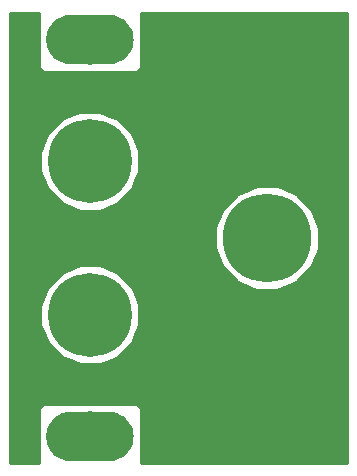
<source format=gbr>
G04 #@! TF.GenerationSoftware,KiCad,Pcbnew,(5.0.0)*
G04 #@! TF.CreationDate,2018-08-29T21:47:44+02:00*
G04 #@! TF.ProjectId,1u_mute_panel,31755F6D7574655F70616E656C2E6B69,rev?*
G04 #@! TF.SameCoordinates,Original*
G04 #@! TF.FileFunction,Copper,L2,Bot,Signal*
G04 #@! TF.FilePolarity,Positive*
%FSLAX46Y46*%
G04 Gerber Fmt 4.6, Leading zero omitted, Abs format (unit mm)*
G04 Created by KiCad (PCBNEW (5.0.0)) date 08/29/18 21:47:44*
%MOMM*%
%LPD*%
G01*
G04 APERTURE LIST*
G04 #@! TA.AperFunction,Conductor*
%ADD10C,0.100000*%
G04 #@! TD*
G04 #@! TA.AperFunction,WasherPad*
%ADD11C,4.200000*%
G04 #@! TD*
G04 #@! TA.AperFunction,WasherPad*
%ADD12C,7.100000*%
G04 #@! TD*
G04 #@! TA.AperFunction,WasherPad*
%ADD13C,7.500000*%
G04 #@! TD*
G04 #@! TA.AperFunction,NonConductor*
%ADD14C,0.254000*%
G04 #@! TD*
G04 APERTURE END LIST*
D10*
G04 #@! TO.N,*
G04 #@! TO.C,MH1*
G36*
X9305836Y-34510111D02*
X9509690Y-34540350D01*
X9709598Y-34590424D01*
X9903635Y-34659852D01*
X10089933Y-34747964D01*
X10266697Y-34853913D01*
X10432226Y-34976677D01*
X10584924Y-35115075D01*
X10723322Y-35267773D01*
X10846086Y-35433302D01*
X10952035Y-35610066D01*
X11040147Y-35796364D01*
X11109575Y-35990401D01*
X11159649Y-36190309D01*
X11189888Y-36394163D01*
X11200000Y-36599999D01*
X11200000Y-36600001D01*
X11189888Y-36805837D01*
X11159649Y-37009691D01*
X11109575Y-37209599D01*
X11040147Y-37403636D01*
X10952035Y-37589934D01*
X10846086Y-37766698D01*
X10723322Y-37932227D01*
X10584924Y-38084925D01*
X10432226Y-38223323D01*
X10266697Y-38346087D01*
X10089933Y-38452036D01*
X9903635Y-38540148D01*
X9709598Y-38609576D01*
X9509690Y-38659650D01*
X9305836Y-38689889D01*
X9100000Y-38700001D01*
X5900000Y-38700001D01*
X5694164Y-38689889D01*
X5490310Y-38659650D01*
X5290402Y-38609576D01*
X5096365Y-38540148D01*
X4910067Y-38452036D01*
X4733303Y-38346087D01*
X4567774Y-38223323D01*
X4415076Y-38084925D01*
X4276678Y-37932227D01*
X4153914Y-37766698D01*
X4047965Y-37589934D01*
X3959853Y-37403636D01*
X3890425Y-37209599D01*
X3840351Y-37009691D01*
X3810112Y-36805837D01*
X3800000Y-36600001D01*
X3800000Y-36599999D01*
X3810112Y-36394163D01*
X3840351Y-36190309D01*
X3890425Y-35990401D01*
X3959853Y-35796364D01*
X4047965Y-35610066D01*
X4153914Y-35433302D01*
X4276678Y-35267773D01*
X4415076Y-35115075D01*
X4567774Y-34976677D01*
X4733303Y-34853913D01*
X4910067Y-34747964D01*
X5096365Y-34659852D01*
X5290402Y-34590424D01*
X5490310Y-34540350D01*
X5694164Y-34510111D01*
X5900000Y-34499999D01*
X9100000Y-34499999D01*
X9305836Y-34510111D01*
X9305836Y-34510111D01*
G37*
D11*
G04 #@! TD*
G04 #@! TO.P,MH1,*
G04 #@! TO.N,*
X7500000Y-36600000D03*
D10*
G04 #@! TO.N,*
G04 #@! TO.C,MH2*
G36*
X9305836Y-910111D02*
X9509690Y-940350D01*
X9709598Y-990424D01*
X9903635Y-1059852D01*
X10089933Y-1147964D01*
X10266697Y-1253913D01*
X10432226Y-1376677D01*
X10584924Y-1515075D01*
X10723322Y-1667773D01*
X10846086Y-1833302D01*
X10952035Y-2010066D01*
X11040147Y-2196364D01*
X11109575Y-2390401D01*
X11159649Y-2590309D01*
X11189888Y-2794163D01*
X11200000Y-2999999D01*
X11200000Y-3000001D01*
X11189888Y-3205837D01*
X11159649Y-3409691D01*
X11109575Y-3609599D01*
X11040147Y-3803636D01*
X10952035Y-3989934D01*
X10846086Y-4166698D01*
X10723322Y-4332227D01*
X10584924Y-4484925D01*
X10432226Y-4623323D01*
X10266697Y-4746087D01*
X10089933Y-4852036D01*
X9903635Y-4940148D01*
X9709598Y-5009576D01*
X9509690Y-5059650D01*
X9305836Y-5089889D01*
X9100000Y-5100001D01*
X5900000Y-5100001D01*
X5694164Y-5089889D01*
X5490310Y-5059650D01*
X5290402Y-5009576D01*
X5096365Y-4940148D01*
X4910067Y-4852036D01*
X4733303Y-4746087D01*
X4567774Y-4623323D01*
X4415076Y-4484925D01*
X4276678Y-4332227D01*
X4153914Y-4166698D01*
X4047965Y-3989934D01*
X3959853Y-3803636D01*
X3890425Y-3609599D01*
X3840351Y-3409691D01*
X3810112Y-3205837D01*
X3800000Y-3000001D01*
X3800000Y-2999999D01*
X3810112Y-2794163D01*
X3840351Y-2590309D01*
X3890425Y-2390401D01*
X3959853Y-2196364D01*
X4047965Y-2010066D01*
X4153914Y-1833302D01*
X4276678Y-1667773D01*
X4415076Y-1515075D01*
X4567774Y-1376677D01*
X4733303Y-1253913D01*
X4910067Y-1147964D01*
X5096365Y-1059852D01*
X5290402Y-990424D01*
X5490310Y-940350D01*
X5694164Y-910111D01*
X5900000Y-899999D01*
X9100000Y-899999D01*
X9305836Y-910111D01*
X9305836Y-910111D01*
G37*
D11*
G04 #@! TD*
G04 #@! TO.P,MH2,*
G04 #@! TO.N,*
X7500000Y-3000000D03*
D12*
G04 #@! TO.P,MH3,*
G04 #@! TO.N,*
X7500000Y-13300000D03*
G04 #@! TD*
G04 #@! TO.P,MH4,*
G04 #@! TO.N,*
X7500000Y-26300000D03*
G04 #@! TD*
D13*
G04 #@! TO.P,MH5,*
G04 #@! TO.N,*
X22500000Y-19800000D03*
G04 #@! TD*
D14*
G36*
X3165000Y-773690D02*
X3165000Y-2714250D01*
X3202033Y-2751283D01*
X3152560Y-2999999D01*
X3152560Y-3000001D01*
X3202033Y-3248717D01*
X3165000Y-3285750D01*
X3165000Y-5226310D01*
X3261673Y-5459699D01*
X3440302Y-5638327D01*
X3673691Y-5735000D01*
X5837455Y-5735000D01*
X5900000Y-5747441D01*
X9100000Y-5747441D01*
X9162545Y-5735000D01*
X11326309Y-5735000D01*
X11559698Y-5638327D01*
X11738327Y-5459699D01*
X11835000Y-5226310D01*
X11835000Y-3285750D01*
X11797967Y-3248717D01*
X11847440Y-3000001D01*
X11847440Y-2999999D01*
X11797967Y-2751283D01*
X11835000Y-2714250D01*
X11835000Y-773690D01*
X11818974Y-735000D01*
X29265000Y-735000D01*
X29265001Y-38865000D01*
X11818974Y-38865000D01*
X11835000Y-38826310D01*
X11835000Y-36885750D01*
X11797967Y-36848717D01*
X11847440Y-36600001D01*
X11847440Y-36599999D01*
X11797967Y-36351283D01*
X11835000Y-36314250D01*
X11835000Y-34373690D01*
X11738327Y-34140301D01*
X11559698Y-33961673D01*
X11326309Y-33865000D01*
X9162545Y-33865000D01*
X9100000Y-33852559D01*
X5900000Y-33852559D01*
X5837455Y-33865000D01*
X3673691Y-33865000D01*
X3440302Y-33961673D01*
X3261673Y-34140301D01*
X3165000Y-34373690D01*
X3165000Y-36314250D01*
X3202033Y-36351283D01*
X3152560Y-36599999D01*
X3152560Y-36600001D01*
X3202033Y-36848717D01*
X3165000Y-36885750D01*
X3165000Y-38826310D01*
X3181026Y-38865000D01*
X735000Y-38865000D01*
X735000Y-27092645D01*
X3307279Y-27092645D01*
X3315000Y-27111798D01*
X3315000Y-27132448D01*
X3625959Y-27883171D01*
X3929763Y-28636793D01*
X3951750Y-28669698D01*
X3952128Y-28670612D01*
X3952827Y-28671311D01*
X3974814Y-28704217D01*
X4022313Y-28740797D01*
X5059203Y-29777687D01*
X5095783Y-29825186D01*
X5114785Y-29833269D01*
X5129388Y-29847872D01*
X5880103Y-30158828D01*
X6627823Y-30476901D01*
X6648473Y-30477097D01*
X6667552Y-30485000D01*
X7480123Y-30485000D01*
X8292645Y-30492721D01*
X8311798Y-30485000D01*
X8332448Y-30485000D01*
X9083171Y-30174041D01*
X9836793Y-29870237D01*
X9869698Y-29848250D01*
X9870612Y-29847872D01*
X9871311Y-29847173D01*
X9904217Y-29825186D01*
X9940797Y-29777687D01*
X10977687Y-28740797D01*
X11025186Y-28704217D01*
X11033269Y-28685215D01*
X11047872Y-28670612D01*
X11358828Y-27919897D01*
X11676901Y-27172177D01*
X11677097Y-27151527D01*
X11685000Y-27132448D01*
X11685000Y-26319877D01*
X11692721Y-25507355D01*
X11685000Y-25488202D01*
X11685000Y-25467552D01*
X11374041Y-24716829D01*
X11070237Y-23963207D01*
X11048250Y-23930302D01*
X11047872Y-23929388D01*
X11047173Y-23928689D01*
X11025186Y-23895783D01*
X10977687Y-23859203D01*
X9940797Y-22822313D01*
X9904217Y-22774814D01*
X9885215Y-22766731D01*
X9870612Y-22752128D01*
X9119897Y-22441172D01*
X8372177Y-22123099D01*
X8351527Y-22122903D01*
X8332448Y-22115000D01*
X7519877Y-22115000D01*
X6707355Y-22107279D01*
X6688202Y-22115000D01*
X6667552Y-22115000D01*
X5916829Y-22425959D01*
X5163207Y-22729763D01*
X5130302Y-22751750D01*
X5129388Y-22752128D01*
X5128689Y-22752827D01*
X5095783Y-22774814D01*
X5059203Y-22822313D01*
X4022313Y-23859203D01*
X3974814Y-23895783D01*
X3966731Y-23914785D01*
X3952128Y-23929388D01*
X3641172Y-24680103D01*
X3323099Y-25427823D01*
X3322903Y-25448473D01*
X3315000Y-25467552D01*
X3315000Y-26280123D01*
X3307279Y-27092645D01*
X735000Y-27092645D01*
X735000Y-20624558D01*
X18105786Y-20624558D01*
X18115000Y-20647504D01*
X18115000Y-20672231D01*
X18439662Y-21456033D01*
X18755820Y-22243385D01*
X18782061Y-22282657D01*
X18782577Y-22283903D01*
X18783530Y-22284856D01*
X18809771Y-22324128D01*
X18870439Y-22371765D01*
X19928235Y-23429561D01*
X19975872Y-23490229D01*
X19998614Y-23499940D01*
X20016097Y-23517423D01*
X20799907Y-23842088D01*
X21580199Y-24175269D01*
X21604925Y-24175538D01*
X21627769Y-24185000D01*
X22476180Y-24185000D01*
X23324558Y-24194214D01*
X23347504Y-24185000D01*
X23372231Y-24185000D01*
X24156033Y-23860338D01*
X24943385Y-23544180D01*
X24982657Y-23517939D01*
X24983903Y-23517423D01*
X24984856Y-23516470D01*
X25024128Y-23490229D01*
X25071765Y-23429561D01*
X26129561Y-22371765D01*
X26190229Y-22324128D01*
X26199940Y-22301386D01*
X26217423Y-22283903D01*
X26542088Y-21500093D01*
X26875269Y-20719801D01*
X26875538Y-20695075D01*
X26885000Y-20672231D01*
X26885000Y-19823820D01*
X26894214Y-18975442D01*
X26885000Y-18952496D01*
X26885000Y-18927769D01*
X26560338Y-18143967D01*
X26244180Y-17356615D01*
X26217939Y-17317343D01*
X26217423Y-17316097D01*
X26216470Y-17315144D01*
X26190229Y-17275872D01*
X26129561Y-17228235D01*
X25071765Y-16170439D01*
X25024128Y-16109771D01*
X25001386Y-16100060D01*
X24983903Y-16082577D01*
X24200093Y-15757912D01*
X23419801Y-15424731D01*
X23395075Y-15424462D01*
X23372231Y-15415000D01*
X22523820Y-15415000D01*
X21675442Y-15405786D01*
X21652496Y-15415000D01*
X21627769Y-15415000D01*
X20843967Y-15739662D01*
X20056615Y-16055820D01*
X20017343Y-16082061D01*
X20016097Y-16082577D01*
X20015144Y-16083530D01*
X19975872Y-16109771D01*
X19928235Y-16170439D01*
X18870439Y-17228235D01*
X18809771Y-17275872D01*
X18800060Y-17298614D01*
X18782577Y-17316097D01*
X18457912Y-18099907D01*
X18124731Y-18880199D01*
X18124462Y-18904925D01*
X18115000Y-18927769D01*
X18115000Y-19776180D01*
X18105786Y-20624558D01*
X735000Y-20624558D01*
X735000Y-14092645D01*
X3307279Y-14092645D01*
X3315000Y-14111798D01*
X3315000Y-14132448D01*
X3625959Y-14883171D01*
X3929763Y-15636793D01*
X3951750Y-15669698D01*
X3952128Y-15670612D01*
X3952827Y-15671311D01*
X3974814Y-15704217D01*
X4022313Y-15740797D01*
X5059203Y-16777687D01*
X5095783Y-16825186D01*
X5114785Y-16833269D01*
X5129388Y-16847872D01*
X5880103Y-17158828D01*
X6627823Y-17476901D01*
X6648473Y-17477097D01*
X6667552Y-17485000D01*
X7480123Y-17485000D01*
X8292645Y-17492721D01*
X8311798Y-17485000D01*
X8332448Y-17485000D01*
X9083171Y-17174041D01*
X9836793Y-16870237D01*
X9869698Y-16848250D01*
X9870612Y-16847872D01*
X9871311Y-16847173D01*
X9904217Y-16825186D01*
X9940797Y-16777687D01*
X10977687Y-15740797D01*
X11025186Y-15704217D01*
X11033269Y-15685215D01*
X11047872Y-15670612D01*
X11358828Y-14919897D01*
X11676901Y-14172177D01*
X11677097Y-14151527D01*
X11685000Y-14132448D01*
X11685000Y-13319877D01*
X11692721Y-12507355D01*
X11685000Y-12488202D01*
X11685000Y-12467552D01*
X11374041Y-11716829D01*
X11070237Y-10963207D01*
X11048250Y-10930302D01*
X11047872Y-10929388D01*
X11047173Y-10928689D01*
X11025186Y-10895783D01*
X10977687Y-10859203D01*
X9940797Y-9822313D01*
X9904217Y-9774814D01*
X9885215Y-9766731D01*
X9870612Y-9752128D01*
X9119897Y-9441172D01*
X8372177Y-9123099D01*
X8351527Y-9122903D01*
X8332448Y-9115000D01*
X7519877Y-9115000D01*
X6707355Y-9107279D01*
X6688202Y-9115000D01*
X6667552Y-9115000D01*
X5916829Y-9425959D01*
X5163207Y-9729763D01*
X5130302Y-9751750D01*
X5129388Y-9752128D01*
X5128689Y-9752827D01*
X5095783Y-9774814D01*
X5059203Y-9822313D01*
X4022313Y-10859203D01*
X3974814Y-10895783D01*
X3966731Y-10914785D01*
X3952128Y-10929388D01*
X3641172Y-11680103D01*
X3323099Y-12427823D01*
X3322903Y-12448473D01*
X3315000Y-12467552D01*
X3315000Y-13280123D01*
X3307279Y-14092645D01*
X735000Y-14092645D01*
X735000Y-735000D01*
X3181026Y-735000D01*
X3165000Y-773690D01*
X3165000Y-773690D01*
G37*
X3165000Y-773690D02*
X3165000Y-2714250D01*
X3202033Y-2751283D01*
X3152560Y-2999999D01*
X3152560Y-3000001D01*
X3202033Y-3248717D01*
X3165000Y-3285750D01*
X3165000Y-5226310D01*
X3261673Y-5459699D01*
X3440302Y-5638327D01*
X3673691Y-5735000D01*
X5837455Y-5735000D01*
X5900000Y-5747441D01*
X9100000Y-5747441D01*
X9162545Y-5735000D01*
X11326309Y-5735000D01*
X11559698Y-5638327D01*
X11738327Y-5459699D01*
X11835000Y-5226310D01*
X11835000Y-3285750D01*
X11797967Y-3248717D01*
X11847440Y-3000001D01*
X11847440Y-2999999D01*
X11797967Y-2751283D01*
X11835000Y-2714250D01*
X11835000Y-773690D01*
X11818974Y-735000D01*
X29265000Y-735000D01*
X29265001Y-38865000D01*
X11818974Y-38865000D01*
X11835000Y-38826310D01*
X11835000Y-36885750D01*
X11797967Y-36848717D01*
X11847440Y-36600001D01*
X11847440Y-36599999D01*
X11797967Y-36351283D01*
X11835000Y-36314250D01*
X11835000Y-34373690D01*
X11738327Y-34140301D01*
X11559698Y-33961673D01*
X11326309Y-33865000D01*
X9162545Y-33865000D01*
X9100000Y-33852559D01*
X5900000Y-33852559D01*
X5837455Y-33865000D01*
X3673691Y-33865000D01*
X3440302Y-33961673D01*
X3261673Y-34140301D01*
X3165000Y-34373690D01*
X3165000Y-36314250D01*
X3202033Y-36351283D01*
X3152560Y-36599999D01*
X3152560Y-36600001D01*
X3202033Y-36848717D01*
X3165000Y-36885750D01*
X3165000Y-38826310D01*
X3181026Y-38865000D01*
X735000Y-38865000D01*
X735000Y-27092645D01*
X3307279Y-27092645D01*
X3315000Y-27111798D01*
X3315000Y-27132448D01*
X3625959Y-27883171D01*
X3929763Y-28636793D01*
X3951750Y-28669698D01*
X3952128Y-28670612D01*
X3952827Y-28671311D01*
X3974814Y-28704217D01*
X4022313Y-28740797D01*
X5059203Y-29777687D01*
X5095783Y-29825186D01*
X5114785Y-29833269D01*
X5129388Y-29847872D01*
X5880103Y-30158828D01*
X6627823Y-30476901D01*
X6648473Y-30477097D01*
X6667552Y-30485000D01*
X7480123Y-30485000D01*
X8292645Y-30492721D01*
X8311798Y-30485000D01*
X8332448Y-30485000D01*
X9083171Y-30174041D01*
X9836793Y-29870237D01*
X9869698Y-29848250D01*
X9870612Y-29847872D01*
X9871311Y-29847173D01*
X9904217Y-29825186D01*
X9940797Y-29777687D01*
X10977687Y-28740797D01*
X11025186Y-28704217D01*
X11033269Y-28685215D01*
X11047872Y-28670612D01*
X11358828Y-27919897D01*
X11676901Y-27172177D01*
X11677097Y-27151527D01*
X11685000Y-27132448D01*
X11685000Y-26319877D01*
X11692721Y-25507355D01*
X11685000Y-25488202D01*
X11685000Y-25467552D01*
X11374041Y-24716829D01*
X11070237Y-23963207D01*
X11048250Y-23930302D01*
X11047872Y-23929388D01*
X11047173Y-23928689D01*
X11025186Y-23895783D01*
X10977687Y-23859203D01*
X9940797Y-22822313D01*
X9904217Y-22774814D01*
X9885215Y-22766731D01*
X9870612Y-22752128D01*
X9119897Y-22441172D01*
X8372177Y-22123099D01*
X8351527Y-22122903D01*
X8332448Y-22115000D01*
X7519877Y-22115000D01*
X6707355Y-22107279D01*
X6688202Y-22115000D01*
X6667552Y-22115000D01*
X5916829Y-22425959D01*
X5163207Y-22729763D01*
X5130302Y-22751750D01*
X5129388Y-22752128D01*
X5128689Y-22752827D01*
X5095783Y-22774814D01*
X5059203Y-22822313D01*
X4022313Y-23859203D01*
X3974814Y-23895783D01*
X3966731Y-23914785D01*
X3952128Y-23929388D01*
X3641172Y-24680103D01*
X3323099Y-25427823D01*
X3322903Y-25448473D01*
X3315000Y-25467552D01*
X3315000Y-26280123D01*
X3307279Y-27092645D01*
X735000Y-27092645D01*
X735000Y-20624558D01*
X18105786Y-20624558D01*
X18115000Y-20647504D01*
X18115000Y-20672231D01*
X18439662Y-21456033D01*
X18755820Y-22243385D01*
X18782061Y-22282657D01*
X18782577Y-22283903D01*
X18783530Y-22284856D01*
X18809771Y-22324128D01*
X18870439Y-22371765D01*
X19928235Y-23429561D01*
X19975872Y-23490229D01*
X19998614Y-23499940D01*
X20016097Y-23517423D01*
X20799907Y-23842088D01*
X21580199Y-24175269D01*
X21604925Y-24175538D01*
X21627769Y-24185000D01*
X22476180Y-24185000D01*
X23324558Y-24194214D01*
X23347504Y-24185000D01*
X23372231Y-24185000D01*
X24156033Y-23860338D01*
X24943385Y-23544180D01*
X24982657Y-23517939D01*
X24983903Y-23517423D01*
X24984856Y-23516470D01*
X25024128Y-23490229D01*
X25071765Y-23429561D01*
X26129561Y-22371765D01*
X26190229Y-22324128D01*
X26199940Y-22301386D01*
X26217423Y-22283903D01*
X26542088Y-21500093D01*
X26875269Y-20719801D01*
X26875538Y-20695075D01*
X26885000Y-20672231D01*
X26885000Y-19823820D01*
X26894214Y-18975442D01*
X26885000Y-18952496D01*
X26885000Y-18927769D01*
X26560338Y-18143967D01*
X26244180Y-17356615D01*
X26217939Y-17317343D01*
X26217423Y-17316097D01*
X26216470Y-17315144D01*
X26190229Y-17275872D01*
X26129561Y-17228235D01*
X25071765Y-16170439D01*
X25024128Y-16109771D01*
X25001386Y-16100060D01*
X24983903Y-16082577D01*
X24200093Y-15757912D01*
X23419801Y-15424731D01*
X23395075Y-15424462D01*
X23372231Y-15415000D01*
X22523820Y-15415000D01*
X21675442Y-15405786D01*
X21652496Y-15415000D01*
X21627769Y-15415000D01*
X20843967Y-15739662D01*
X20056615Y-16055820D01*
X20017343Y-16082061D01*
X20016097Y-16082577D01*
X20015144Y-16083530D01*
X19975872Y-16109771D01*
X19928235Y-16170439D01*
X18870439Y-17228235D01*
X18809771Y-17275872D01*
X18800060Y-17298614D01*
X18782577Y-17316097D01*
X18457912Y-18099907D01*
X18124731Y-18880199D01*
X18124462Y-18904925D01*
X18115000Y-18927769D01*
X18115000Y-19776180D01*
X18105786Y-20624558D01*
X735000Y-20624558D01*
X735000Y-14092645D01*
X3307279Y-14092645D01*
X3315000Y-14111798D01*
X3315000Y-14132448D01*
X3625959Y-14883171D01*
X3929763Y-15636793D01*
X3951750Y-15669698D01*
X3952128Y-15670612D01*
X3952827Y-15671311D01*
X3974814Y-15704217D01*
X4022313Y-15740797D01*
X5059203Y-16777687D01*
X5095783Y-16825186D01*
X5114785Y-16833269D01*
X5129388Y-16847872D01*
X5880103Y-17158828D01*
X6627823Y-17476901D01*
X6648473Y-17477097D01*
X6667552Y-17485000D01*
X7480123Y-17485000D01*
X8292645Y-17492721D01*
X8311798Y-17485000D01*
X8332448Y-17485000D01*
X9083171Y-17174041D01*
X9836793Y-16870237D01*
X9869698Y-16848250D01*
X9870612Y-16847872D01*
X9871311Y-16847173D01*
X9904217Y-16825186D01*
X9940797Y-16777687D01*
X10977687Y-15740797D01*
X11025186Y-15704217D01*
X11033269Y-15685215D01*
X11047872Y-15670612D01*
X11358828Y-14919897D01*
X11676901Y-14172177D01*
X11677097Y-14151527D01*
X11685000Y-14132448D01*
X11685000Y-13319877D01*
X11692721Y-12507355D01*
X11685000Y-12488202D01*
X11685000Y-12467552D01*
X11374041Y-11716829D01*
X11070237Y-10963207D01*
X11048250Y-10930302D01*
X11047872Y-10929388D01*
X11047173Y-10928689D01*
X11025186Y-10895783D01*
X10977687Y-10859203D01*
X9940797Y-9822313D01*
X9904217Y-9774814D01*
X9885215Y-9766731D01*
X9870612Y-9752128D01*
X9119897Y-9441172D01*
X8372177Y-9123099D01*
X8351527Y-9122903D01*
X8332448Y-9115000D01*
X7519877Y-9115000D01*
X6707355Y-9107279D01*
X6688202Y-9115000D01*
X6667552Y-9115000D01*
X5916829Y-9425959D01*
X5163207Y-9729763D01*
X5130302Y-9751750D01*
X5129388Y-9752128D01*
X5128689Y-9752827D01*
X5095783Y-9774814D01*
X5059203Y-9822313D01*
X4022313Y-10859203D01*
X3974814Y-10895783D01*
X3966731Y-10914785D01*
X3952128Y-10929388D01*
X3641172Y-11680103D01*
X3323099Y-12427823D01*
X3322903Y-12448473D01*
X3315000Y-12467552D01*
X3315000Y-13280123D01*
X3307279Y-14092645D01*
X735000Y-14092645D01*
X735000Y-735000D01*
X3181026Y-735000D01*
X3165000Y-773690D01*
M02*

</source>
